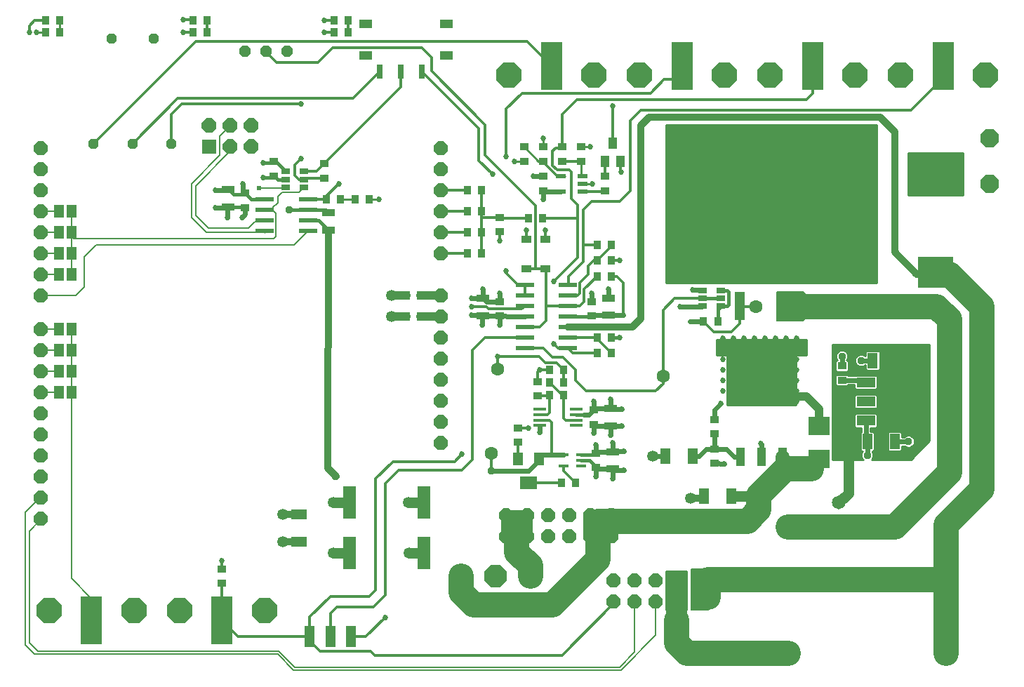
<source format=gtl>
G75*
%MOIN*%
%OFA0B0*%
%FSLAX24Y24*%
%IPPOS*%
%LPD*%
%AMOC8*
5,1,8,0,0,1.08239X$1,22.5*
%
%ADD10R,0.0866X0.0236*%
%ADD11R,0.0512X0.0630*%
%ADD12R,0.0787X0.0630*%
%ADD13OC8,0.0660*%
%ADD14OC8,0.0700*%
%ADD15R,0.0700X0.0700*%
%ADD16R,0.0420X0.0850*%
%ADD17C,0.0100*%
%ADD18R,0.1280X0.2540*%
%ADD19R,0.0984X0.0906*%
%ADD20R,0.0420X0.0350*%
%ADD21R,0.0480X0.0740*%
%ADD22R,0.0740X0.0480*%
%ADD23R,0.0630X0.1575*%
%ADD24R,0.0600X0.0380*%
%ADD25R,0.0350X0.0420*%
%ADD26R,0.1654X0.1457*%
%ADD27R,0.0460X0.0140*%
%ADD28R,0.0590X0.0170*%
%ADD29R,0.0480X0.0360*%
%ADD30R,0.0472X0.0984*%
%ADD31R,0.0276X0.0669*%
%ADD32R,0.0610X0.0433*%
%ADD33R,0.0417X0.0256*%
%ADD34R,0.0500X0.1350*%
%ADD35R,0.4200X0.3550*%
%ADD36R,0.1000X0.2300*%
%ADD37OC8,0.1210*%
%ADD38C,0.0630*%
%ADD39R,0.0500X0.0220*%
%ADD40R,0.0880X0.0480*%
%ADD41R,0.0866X0.1417*%
%ADD42R,0.0460X0.0630*%
%ADD43R,0.0394X0.0551*%
%ADD44OC8,0.1065*%
%ADD45OC8,0.0531*%
%ADD46OC8,0.0472*%
%ADD47OC8,0.0945*%
%ADD48C,0.0120*%
%ADD49C,0.0270*%
%ADD50C,0.0240*%
%ADD51C,0.0160*%
%ADD52C,0.0070*%
%ADD53C,0.0050*%
%ADD54C,0.0320*%
%ADD55C,0.0376*%
%ADD56C,0.0531*%
%ADD57C,0.0400*%
%ADD58OC8,0.0886*%
%ADD59C,0.0500*%
%ADD60C,0.1200*%
%ADD61C,0.0650*%
%ADD62C,0.0660*%
%ADD63C,0.0060*%
%ADD64C,0.1000*%
%ADD65C,0.0560*%
%ADD66C,0.0240*%
D10*
X031117Y021225D03*
X031117Y021725D03*
X031117Y022225D03*
X031117Y022725D03*
X031117Y023225D03*
X031117Y023725D03*
X031117Y024225D03*
X033164Y024225D03*
X033164Y023725D03*
X033164Y023225D03*
X033164Y022725D03*
X033164Y022225D03*
X033164Y021725D03*
X033164Y021225D03*
X020817Y026775D03*
X020817Y027275D03*
X020817Y027775D03*
X020817Y028275D03*
X018770Y028275D03*
X018770Y027775D03*
X018770Y027275D03*
X018770Y026775D03*
D11*
X030791Y015946D03*
X031791Y015946D03*
D12*
X031291Y014804D03*
D13*
X031243Y013275D03*
X030243Y013275D03*
X030243Y012275D03*
X031243Y012275D03*
X032243Y012275D03*
X032243Y013275D03*
X033243Y013275D03*
X033243Y012275D03*
X034243Y012275D03*
X034243Y013275D03*
X035243Y013275D03*
X035243Y012275D03*
X035343Y010175D03*
X035343Y009175D03*
X036343Y009175D03*
X036343Y010175D03*
X037343Y010175D03*
X038343Y010175D03*
X038343Y009175D03*
X037343Y009175D03*
X039343Y009175D03*
X039343Y010175D03*
X027141Y016725D03*
X027141Y017725D03*
X027141Y018725D03*
X027141Y019725D03*
X027141Y020725D03*
X027141Y021725D03*
X027141Y022725D03*
X027141Y023725D03*
X027141Y025725D03*
X027141Y026725D03*
X027141Y027725D03*
X027141Y028725D03*
X027141Y029725D03*
X027141Y030725D03*
X008141Y030725D03*
X008141Y029725D03*
X008141Y028725D03*
X008141Y027725D03*
X008141Y026725D03*
X008141Y025725D03*
X008141Y024725D03*
X008141Y023725D03*
X008141Y022125D03*
X008141Y021125D03*
X008141Y020125D03*
X008141Y019125D03*
X008141Y018125D03*
X008141Y017125D03*
X008141Y016125D03*
X008141Y015125D03*
X008141Y014125D03*
X008141Y013125D03*
D14*
X017141Y030775D03*
X018141Y030775D03*
X018141Y031775D03*
X017141Y031775D03*
X016141Y031775D03*
D15*
X016141Y030775D03*
D16*
X041366Y016045D03*
X042366Y016045D03*
X043366Y016045D03*
D17*
X045743Y016068D02*
X047105Y016068D01*
X047149Y015962D01*
X047186Y015925D01*
X045743Y015925D01*
X045743Y021375D01*
X050343Y021375D01*
X050343Y016815D01*
X049453Y015925D01*
X047601Y015925D01*
X047638Y015962D01*
X047681Y016068D01*
X047681Y016182D01*
X047638Y016288D01*
X047621Y016305D01*
X047677Y016305D01*
X047736Y016364D01*
X047736Y017186D01*
X047677Y017245D01*
X047541Y017245D01*
X047541Y017425D01*
X047802Y017425D01*
X047861Y017484D01*
X047861Y018046D01*
X047802Y018105D01*
X046839Y018105D01*
X046781Y018046D01*
X046781Y017484D01*
X046839Y017425D01*
X047101Y017425D01*
X047101Y017231D01*
X047056Y017186D01*
X047056Y016364D01*
X047115Y016305D01*
X047166Y016305D01*
X047149Y016288D01*
X047105Y016182D01*
X047105Y016068D01*
X047105Y016166D02*
X045743Y016166D01*
X045743Y016265D02*
X047139Y016265D01*
X047057Y016363D02*
X045743Y016363D01*
X045743Y016462D02*
X047056Y016462D01*
X047056Y016560D02*
X045743Y016560D01*
X045743Y016659D02*
X047056Y016659D01*
X047056Y016757D02*
X045743Y016757D01*
X045743Y016856D02*
X047056Y016856D01*
X047056Y016954D02*
X045743Y016954D01*
X045743Y017053D02*
X047056Y017053D01*
X047056Y017151D02*
X045743Y017151D01*
X045743Y017250D02*
X047101Y017250D01*
X047101Y017348D02*
X045743Y017348D01*
X045743Y017447D02*
X046818Y017447D01*
X046781Y017545D02*
X045743Y017545D01*
X045743Y017644D02*
X046781Y017644D01*
X046781Y017742D02*
X045743Y017742D01*
X045743Y017841D02*
X046781Y017841D01*
X046781Y017939D02*
X045743Y017939D01*
X045743Y018038D02*
X046781Y018038D01*
X046839Y018335D02*
X046781Y018394D01*
X046781Y018956D01*
X046839Y019015D01*
X047802Y019015D01*
X047861Y018956D01*
X047861Y018394D01*
X047802Y018335D01*
X046839Y018335D01*
X046781Y018432D02*
X045743Y018432D01*
X045743Y018530D02*
X046781Y018530D01*
X046781Y018629D02*
X045743Y018629D01*
X045743Y018727D02*
X046781Y018727D01*
X046781Y018826D02*
X045743Y018826D01*
X045743Y018924D02*
X046781Y018924D01*
X046839Y019245D02*
X047802Y019245D01*
X047861Y019304D01*
X047861Y019866D01*
X047802Y019925D01*
X046839Y019925D01*
X046819Y019905D01*
X046500Y019905D01*
X046445Y019960D01*
X045942Y019960D01*
X045883Y019901D01*
X045883Y019469D01*
X045942Y019410D01*
X046445Y019410D01*
X046500Y019465D01*
X046781Y019465D01*
X046781Y019304D01*
X046839Y019245D01*
X046781Y019318D02*
X045743Y019318D01*
X045743Y019220D02*
X050343Y019220D01*
X050343Y019318D02*
X047861Y019318D01*
X047861Y019417D02*
X050343Y019417D01*
X050343Y019515D02*
X047861Y019515D01*
X047861Y019614D02*
X050343Y019614D01*
X050343Y019712D02*
X047861Y019712D01*
X047861Y019811D02*
X050343Y019811D01*
X050343Y019909D02*
X047818Y019909D01*
X047927Y020155D02*
X047986Y020214D01*
X047986Y021036D01*
X047927Y021095D01*
X047365Y021095D01*
X047306Y021036D01*
X047306Y020845D01*
X047281Y020845D01*
X047257Y020869D01*
X047151Y020913D01*
X047036Y020913D01*
X046930Y020869D01*
X046849Y020788D01*
X046805Y020682D01*
X046805Y020568D01*
X046849Y020462D01*
X046930Y020381D01*
X047036Y020337D01*
X047151Y020337D01*
X047257Y020381D01*
X047281Y020405D01*
X047306Y020405D01*
X047306Y020214D01*
X047365Y020155D01*
X047927Y020155D01*
X047977Y020205D02*
X050343Y020205D01*
X050343Y020303D02*
X047986Y020303D01*
X047986Y020402D02*
X050343Y020402D01*
X050343Y020500D02*
X047986Y020500D01*
X047986Y020599D02*
X050343Y020599D01*
X050343Y020697D02*
X047986Y020697D01*
X047986Y020796D02*
X050343Y020796D01*
X050343Y020894D02*
X047986Y020894D01*
X047986Y020993D02*
X050343Y020993D01*
X050343Y021091D02*
X047931Y021091D01*
X047361Y021091D02*
X046304Y021091D01*
X046357Y021069D02*
X046251Y021113D01*
X046136Y021113D01*
X046030Y021069D01*
X045949Y020988D01*
X045905Y020882D01*
X045905Y020768D01*
X045949Y020662D01*
X045971Y020640D01*
X045942Y020640D01*
X045883Y020581D01*
X045883Y020149D01*
X045942Y020090D01*
X046445Y020090D01*
X046503Y020149D01*
X046503Y020581D01*
X046445Y020640D01*
X046416Y020640D01*
X046438Y020662D01*
X046481Y020768D01*
X046481Y020882D01*
X046438Y020988D01*
X046357Y021069D01*
X046433Y020993D02*
X047306Y020993D01*
X047306Y020894D02*
X047197Y020894D01*
X046990Y020894D02*
X046477Y020894D01*
X046481Y020796D02*
X046856Y020796D01*
X046811Y020697D02*
X046452Y020697D01*
X046486Y020599D02*
X046805Y020599D01*
X046833Y020500D02*
X046503Y020500D01*
X046503Y020402D02*
X046909Y020402D01*
X047277Y020402D02*
X047306Y020402D01*
X047306Y020303D02*
X046503Y020303D01*
X046503Y020205D02*
X047315Y020205D01*
X046823Y019909D02*
X046496Y019909D01*
X046461Y020106D02*
X050343Y020106D01*
X050343Y020008D02*
X045743Y020008D01*
X045743Y020106D02*
X045926Y020106D01*
X045883Y020205D02*
X045743Y020205D01*
X045743Y020303D02*
X045883Y020303D01*
X045883Y020402D02*
X045743Y020402D01*
X045743Y020500D02*
X045883Y020500D01*
X045900Y020599D02*
X045743Y020599D01*
X045743Y020697D02*
X045934Y020697D01*
X045905Y020796D02*
X045743Y020796D01*
X045743Y020894D02*
X045910Y020894D01*
X045953Y020993D02*
X045743Y020993D01*
X045743Y021091D02*
X046083Y021091D01*
X045743Y021190D02*
X050343Y021190D01*
X050343Y021288D02*
X045743Y021288D01*
X044491Y021288D02*
X040241Y021288D01*
X040241Y021190D02*
X044491Y021190D01*
X044491Y021091D02*
X040241Y021091D01*
X040241Y020993D02*
X044491Y020993D01*
X044491Y020894D02*
X040241Y020894D01*
X040241Y020875D02*
X040241Y021625D01*
X044491Y021625D01*
X044491Y020875D01*
X043991Y020875D01*
X043991Y018500D01*
X040741Y018500D01*
X040741Y020875D01*
X040241Y020875D01*
X040741Y020796D02*
X043991Y020796D01*
X043991Y020697D02*
X040741Y020697D01*
X040741Y020599D02*
X043991Y020599D01*
X043991Y020500D02*
X040741Y020500D01*
X040741Y020402D02*
X043991Y020402D01*
X043991Y020303D02*
X040741Y020303D01*
X040741Y020205D02*
X043991Y020205D01*
X043991Y020106D02*
X040741Y020106D01*
X040741Y020008D02*
X043991Y020008D01*
X043991Y019909D02*
X040741Y019909D01*
X040741Y019811D02*
X043991Y019811D01*
X043991Y019712D02*
X040741Y019712D01*
X040741Y019614D02*
X043991Y019614D01*
X043991Y019515D02*
X040741Y019515D01*
X040741Y019417D02*
X043991Y019417D01*
X043991Y019318D02*
X040741Y019318D01*
X040741Y019220D02*
X043991Y019220D01*
X043991Y019121D02*
X040741Y019121D01*
X040741Y019023D02*
X043991Y019023D01*
X043991Y018924D02*
X040741Y018924D01*
X040741Y018826D02*
X043991Y018826D01*
X043991Y018727D02*
X040741Y018727D01*
X040741Y018629D02*
X043991Y018629D01*
X043991Y018530D02*
X040741Y018530D01*
X040241Y021387D02*
X044491Y021387D01*
X044491Y021485D02*
X040241Y021485D01*
X040241Y021584D02*
X044491Y021584D01*
X045743Y019909D02*
X045891Y019909D01*
X045883Y019811D02*
X045743Y019811D01*
X045743Y019712D02*
X045883Y019712D01*
X045883Y019614D02*
X045743Y019614D01*
X045743Y019515D02*
X045883Y019515D01*
X045935Y019417D02*
X045743Y019417D01*
X045743Y019121D02*
X050343Y019121D01*
X050343Y019023D02*
X045743Y019023D01*
X046451Y019417D02*
X046781Y019417D01*
X047861Y018924D02*
X050343Y018924D01*
X050343Y018826D02*
X047861Y018826D01*
X047861Y018727D02*
X050343Y018727D01*
X050343Y018629D02*
X047861Y018629D01*
X047861Y018530D02*
X050343Y018530D01*
X050343Y018432D02*
X047861Y018432D01*
X047861Y018038D02*
X050343Y018038D01*
X050343Y018136D02*
X045743Y018136D01*
X045743Y018235D02*
X050343Y018235D01*
X050343Y018333D02*
X045743Y018333D01*
X047541Y017348D02*
X050343Y017348D01*
X050343Y017250D02*
X047541Y017250D01*
X047736Y017151D02*
X048356Y017151D01*
X048356Y017186D02*
X048356Y016364D01*
X048415Y016305D01*
X048977Y016305D01*
X049036Y016364D01*
X049036Y016555D01*
X049156Y016555D01*
X049180Y016531D01*
X049286Y016487D01*
X049401Y016487D01*
X049507Y016531D01*
X049588Y016612D01*
X049631Y016718D01*
X049631Y016832D01*
X049588Y016938D01*
X049507Y017019D01*
X049401Y017063D01*
X049286Y017063D01*
X049180Y017019D01*
X049156Y016995D01*
X049036Y016995D01*
X049036Y017186D01*
X048977Y017245D01*
X048415Y017245D01*
X048356Y017186D01*
X048356Y017053D02*
X047736Y017053D01*
X047736Y016954D02*
X048356Y016954D01*
X048356Y016856D02*
X047736Y016856D01*
X047736Y016757D02*
X048356Y016757D01*
X048356Y016659D02*
X047736Y016659D01*
X047736Y016560D02*
X048356Y016560D01*
X048356Y016462D02*
X047736Y016462D01*
X047736Y016363D02*
X048357Y016363D01*
X049036Y016363D02*
X049891Y016363D01*
X049793Y016265D02*
X047647Y016265D01*
X047681Y016166D02*
X049694Y016166D01*
X049596Y016068D02*
X047681Y016068D01*
X047641Y015969D02*
X049497Y015969D01*
X049536Y016560D02*
X050088Y016560D01*
X049990Y016462D02*
X049036Y016462D01*
X049036Y017053D02*
X049260Y017053D01*
X049426Y017053D02*
X050343Y017053D01*
X050343Y017151D02*
X049036Y017151D01*
X049572Y016954D02*
X050343Y016954D01*
X050343Y016856D02*
X049622Y016856D01*
X049631Y016757D02*
X050285Y016757D01*
X050187Y016659D02*
X049607Y016659D01*
X050343Y017447D02*
X047824Y017447D01*
X047861Y017545D02*
X050343Y017545D01*
X050343Y017644D02*
X047861Y017644D01*
X047861Y017742D02*
X050343Y017742D01*
X050343Y017841D02*
X047861Y017841D01*
X047861Y017939D02*
X050343Y017939D01*
X047146Y015969D02*
X045743Y015969D01*
X047843Y024325D02*
X037843Y024325D01*
X037843Y031825D01*
X047843Y031825D01*
X047843Y024325D01*
X047843Y024342D02*
X037843Y024342D01*
X037843Y024440D02*
X047843Y024440D01*
X047843Y024539D02*
X037843Y024539D01*
X037843Y024637D02*
X047843Y024637D01*
X047843Y024736D02*
X037843Y024736D01*
X037843Y024834D02*
X047843Y024834D01*
X047843Y024933D02*
X037843Y024933D01*
X037843Y025031D02*
X047843Y025031D01*
X047843Y025130D02*
X037843Y025130D01*
X037843Y025228D02*
X047843Y025228D01*
X047843Y025327D02*
X037843Y025327D01*
X037843Y025425D02*
X047843Y025425D01*
X047843Y025524D02*
X037843Y025524D01*
X037843Y025622D02*
X047843Y025622D01*
X047843Y025721D02*
X037843Y025721D01*
X037843Y025819D02*
X047843Y025819D01*
X047843Y025918D02*
X037843Y025918D01*
X037843Y026016D02*
X047843Y026016D01*
X047843Y026115D02*
X037843Y026115D01*
X037843Y026213D02*
X047843Y026213D01*
X047843Y026312D02*
X037843Y026312D01*
X037843Y026410D02*
X047843Y026410D01*
X047843Y026509D02*
X037843Y026509D01*
X037843Y026607D02*
X047843Y026607D01*
X047843Y026706D02*
X037843Y026706D01*
X037843Y026804D02*
X047843Y026804D01*
X047843Y026903D02*
X037843Y026903D01*
X037843Y027001D02*
X047843Y027001D01*
X047843Y027100D02*
X037843Y027100D01*
X037843Y027198D02*
X047843Y027198D01*
X047843Y027297D02*
X037843Y027297D01*
X037843Y027395D02*
X047843Y027395D01*
X047843Y027494D02*
X037843Y027494D01*
X037843Y027592D02*
X047843Y027592D01*
X047843Y027691D02*
X037843Y027691D01*
X037843Y027789D02*
X047843Y027789D01*
X047843Y027888D02*
X037843Y027888D01*
X037843Y027986D02*
X047843Y027986D01*
X047843Y028085D02*
X037843Y028085D01*
X037843Y028183D02*
X047843Y028183D01*
X047843Y028282D02*
X037843Y028282D01*
X037843Y028380D02*
X047843Y028380D01*
X047843Y028479D02*
X037843Y028479D01*
X037843Y028577D02*
X047843Y028577D01*
X047843Y028676D02*
X037843Y028676D01*
X037843Y028774D02*
X047843Y028774D01*
X047843Y028873D02*
X037843Y028873D01*
X037843Y028971D02*
X047843Y028971D01*
X047843Y029070D02*
X037843Y029070D01*
X037843Y029168D02*
X047843Y029168D01*
X047843Y029267D02*
X037843Y029267D01*
X037843Y029365D02*
X047843Y029365D01*
X047843Y029464D02*
X037843Y029464D01*
X037843Y029562D02*
X047843Y029562D01*
X047843Y029661D02*
X037843Y029661D01*
X037843Y029759D02*
X047843Y029759D01*
X047843Y029858D02*
X037843Y029858D01*
X037843Y029956D02*
X047843Y029956D01*
X047843Y030055D02*
X037843Y030055D01*
X037843Y030153D02*
X047843Y030153D01*
X047843Y030252D02*
X037843Y030252D01*
X037843Y030350D02*
X047843Y030350D01*
X047843Y030449D02*
X037843Y030449D01*
X037843Y030547D02*
X047843Y030547D01*
X047843Y030646D02*
X037843Y030646D01*
X037843Y030744D02*
X047843Y030744D01*
X047843Y030843D02*
X037843Y030843D01*
X037843Y030941D02*
X047843Y030941D01*
X047843Y031040D02*
X037843Y031040D01*
X037843Y031138D02*
X047843Y031138D01*
X047843Y031237D02*
X037843Y031237D01*
X037843Y031335D02*
X047843Y031335D01*
X047843Y031434D02*
X037843Y031434D01*
X037843Y031532D02*
X047843Y031532D01*
X047843Y031631D02*
X037843Y031631D01*
X037843Y031729D02*
X047843Y031729D01*
X049343Y030475D02*
X051943Y030475D01*
X051943Y028475D01*
X049343Y028475D01*
X049343Y030475D01*
X049343Y030449D02*
X051943Y030449D01*
X051943Y030350D02*
X049343Y030350D01*
X049343Y030252D02*
X051943Y030252D01*
X051943Y030153D02*
X049343Y030153D01*
X049343Y030055D02*
X051943Y030055D01*
X051943Y029956D02*
X049343Y029956D01*
X049343Y029858D02*
X051943Y029858D01*
X051943Y029759D02*
X049343Y029759D01*
X049343Y029661D02*
X051943Y029661D01*
X051943Y029562D02*
X049343Y029562D01*
X049343Y029464D02*
X051943Y029464D01*
X051943Y029365D02*
X049343Y029365D01*
X049343Y029267D02*
X051943Y029267D01*
X051943Y029168D02*
X049343Y029168D01*
X049343Y029070D02*
X051943Y029070D01*
X051943Y028971D02*
X049343Y028971D01*
X049343Y028873D02*
X051943Y028873D01*
X051943Y028774D02*
X049343Y028774D01*
X049343Y028676D02*
X051943Y028676D01*
X051943Y028577D02*
X049343Y028577D01*
X049343Y028479D02*
X051943Y028479D01*
X035343Y016225D02*
X035293Y016275D01*
X024193Y028275D02*
X023731Y028275D01*
X023051Y028275D02*
X022381Y028275D01*
X018772Y027825D02*
X018770Y027775D01*
X018791Y026822D02*
X018770Y026775D01*
X018770Y026701D01*
X030643Y030075D02*
X031083Y030075D01*
X031093Y030085D01*
X031093Y030765D02*
X031773Y030085D01*
X031993Y030085D01*
X031993Y030765D02*
X031993Y031175D01*
X033793Y030765D02*
X034233Y030765D01*
X034243Y030775D01*
X033793Y030085D02*
X033793Y029458D01*
X033856Y029395D01*
X033856Y029025D02*
X034343Y029025D01*
X033023Y029395D02*
X032836Y029395D01*
X009033Y036225D02*
X009033Y036775D01*
X008353Y036225D02*
X007943Y036225D01*
D18*
X042366Y019875D03*
D19*
X045091Y017512D03*
X045091Y015938D03*
D20*
X046193Y019685D03*
X046193Y020365D03*
X040143Y017812D03*
X040143Y017132D03*
X040143Y016418D03*
X040143Y015738D03*
X034491Y015535D03*
X034491Y016215D03*
X034391Y017585D03*
X034391Y018265D03*
X031743Y018935D03*
X031743Y019615D03*
X030791Y017415D03*
X030791Y016735D03*
X029943Y022735D03*
X029943Y023415D03*
X029943Y026735D03*
X029943Y027415D03*
X031993Y028685D03*
X031993Y029365D03*
X031993Y030085D03*
X031993Y030765D03*
X032893Y030765D03*
X032893Y030085D03*
X033793Y030085D03*
X033793Y030765D03*
X034946Y029365D03*
X034946Y028685D03*
X031093Y030085D03*
X031093Y030765D03*
X034293Y023415D03*
X034293Y022735D03*
X021593Y029285D03*
X021593Y029965D03*
X019193Y030065D03*
X019193Y029385D03*
X017841Y028565D03*
X017841Y027885D03*
X016743Y010715D03*
X016743Y010035D03*
D21*
X037796Y016075D03*
X039096Y016075D03*
X039641Y014175D03*
X040941Y014175D03*
X047396Y016775D03*
X048696Y016775D03*
X048946Y020625D03*
X047646Y020625D03*
D22*
X020396Y013325D03*
X020396Y012025D03*
D23*
X022791Y011474D03*
X022791Y013876D03*
X026341Y013876D03*
X026341Y011474D03*
D24*
X035291Y015465D03*
X035291Y016285D03*
X035191Y017515D03*
X035191Y018335D03*
X035093Y022765D03*
X035093Y023585D03*
X029143Y023582D03*
X029143Y022762D03*
X021796Y026815D03*
X021796Y027635D03*
X017041Y027915D03*
X017041Y028735D03*
D25*
X021701Y028275D03*
X022381Y028275D03*
X023051Y028275D03*
X023731Y028275D03*
X028403Y028725D03*
X029083Y028725D03*
X029083Y027725D03*
X028403Y027725D03*
X028403Y026725D03*
X029083Y026725D03*
X029083Y025725D03*
X028403Y025725D03*
X026183Y023725D03*
X025503Y023725D03*
X025503Y022725D03*
X026183Y022725D03*
X032303Y020175D03*
X032303Y019575D03*
X032303Y018975D03*
X032983Y018975D03*
X032983Y019575D03*
X032983Y020175D03*
X034551Y020975D03*
X035231Y020975D03*
X035231Y021725D03*
X034551Y021725D03*
X034553Y024625D03*
X035233Y024625D03*
X035233Y025375D03*
X035233Y026125D03*
X034553Y026125D03*
X034553Y025375D03*
X031983Y027375D03*
X031303Y027375D03*
X039606Y022475D03*
X040286Y022475D03*
X033531Y014825D03*
X032851Y014825D03*
X022733Y036225D03*
X022733Y036775D03*
X022053Y036775D03*
X022053Y036225D03*
X016033Y036225D03*
X016033Y036775D03*
X015353Y036775D03*
X015353Y036225D03*
X009033Y036225D03*
X009033Y036775D03*
X008353Y036775D03*
X008353Y036225D03*
D26*
X050643Y029222D03*
X050643Y024813D03*
D27*
X033801Y016135D03*
X033801Y015875D03*
X033801Y015615D03*
X032981Y015615D03*
X032981Y016135D03*
D28*
X033551Y017545D03*
X033551Y017795D03*
X033551Y018055D03*
X033551Y018305D03*
X031831Y018305D03*
X031831Y018055D03*
X031831Y017795D03*
X031831Y017545D03*
D29*
X032093Y024969D03*
X031193Y024969D03*
X031193Y026386D03*
X032093Y026386D03*
D30*
X022878Y007508D03*
X021893Y007508D03*
X020909Y007508D03*
D31*
X024244Y034359D03*
X025244Y034359D03*
X026244Y034359D03*
D32*
X027415Y035125D03*
X027415Y036625D03*
X023577Y036625D03*
X023577Y035125D03*
D33*
X020626Y029599D03*
X020626Y029225D03*
X020626Y028851D03*
X019760Y028851D03*
X019760Y029225D03*
X019760Y029599D03*
X039560Y023946D03*
X039560Y023572D03*
X039560Y023198D03*
X040426Y023198D03*
X040426Y023572D03*
X040426Y023946D03*
D34*
X041343Y023220D03*
X043343Y023220D03*
D35*
X042343Y027100D03*
D36*
X044793Y034625D03*
X038593Y034625D03*
X032393Y034625D03*
X050993Y034625D03*
X016743Y008275D03*
X010543Y008275D03*
D37*
X012556Y008735D03*
X014731Y008735D03*
X018756Y008735D03*
X008531Y008735D03*
X030381Y034165D03*
X034406Y034165D03*
X036581Y034165D03*
X040606Y034165D03*
X042781Y034165D03*
X046806Y034165D03*
X048981Y034165D03*
X053006Y034165D03*
D38*
X042096Y023175D03*
X037693Y019872D03*
X029841Y020225D03*
X029541Y016225D03*
D39*
X032836Y028655D03*
X032836Y029395D03*
X033856Y029395D03*
X033856Y029025D03*
X033856Y028655D03*
D40*
X047321Y019585D03*
X047321Y018675D03*
X047321Y017765D03*
D41*
X049761Y018675D03*
D42*
X009593Y019125D03*
X008993Y019125D03*
X008993Y020125D03*
X009593Y020125D03*
X009593Y021125D03*
X008993Y021125D03*
X008993Y022125D03*
X009593Y022125D03*
X009593Y024725D03*
X008993Y024725D03*
X008993Y025725D03*
X009593Y025725D03*
X009593Y026725D03*
X008993Y026725D03*
X008993Y027725D03*
X009593Y027725D03*
D43*
X034919Y030095D03*
X035667Y030095D03*
X035293Y030961D03*
D44*
X031393Y010375D03*
X029743Y010375D03*
X028093Y010375D03*
D45*
X019843Y035325D03*
X018843Y035325D03*
X017843Y035325D03*
D46*
X013493Y035925D03*
X011493Y035925D03*
X010643Y030925D03*
X012493Y030925D03*
X014343Y030925D03*
D47*
X043643Y012725D03*
X043643Y006725D03*
X051143Y006725D03*
X051143Y012725D03*
D48*
X041343Y022375D02*
X040943Y021975D01*
X040106Y021975D01*
X039606Y022475D01*
X039560Y023572D02*
X038243Y023572D01*
X037693Y023022D01*
X037693Y019872D01*
X037693Y019525D01*
X037343Y019175D01*
X034043Y019175D01*
X033543Y019675D01*
X033543Y020175D01*
X032943Y020775D01*
X032443Y020775D01*
X031993Y021225D01*
X031117Y021225D01*
X031117Y021725D02*
X029243Y021725D01*
X028643Y021125D01*
X028643Y015925D01*
X028143Y015425D01*
X025134Y015425D01*
X024493Y014785D01*
X024493Y009491D01*
X023928Y008925D01*
X022193Y008925D01*
X021893Y008625D01*
X021893Y007508D01*
X021393Y006825D02*
X020909Y007309D01*
X020909Y007508D02*
X020909Y008441D01*
X021893Y009425D01*
X023743Y009425D01*
X024043Y009725D01*
X024043Y015011D01*
X024857Y015825D01*
X027793Y015825D01*
X028143Y016175D01*
X029541Y016225D02*
X029541Y015378D01*
X029543Y015375D01*
X030791Y015946D02*
X030791Y016735D01*
X030791Y017415D02*
X031283Y017415D01*
X031293Y017425D01*
X031831Y017495D02*
X031831Y017545D01*
X031831Y017495D02*
X031843Y017482D01*
X031811Y017775D02*
X032293Y017775D01*
X032393Y017675D01*
X032393Y016235D01*
X032493Y016135D01*
X032943Y016135D02*
X032981Y016135D01*
X032981Y015615D02*
X032981Y015375D01*
X033531Y014825D01*
X032851Y014825D02*
X032830Y014804D01*
X031291Y014804D01*
X031791Y015946D02*
X031980Y016135D01*
X031811Y017775D02*
X031831Y017795D01*
X031831Y018055D02*
X032193Y018055D01*
X032293Y018155D01*
X032293Y018175D01*
X032303Y018185D01*
X032303Y018975D01*
X032263Y018935D01*
X031743Y018935D01*
X031743Y019615D02*
X031743Y020075D01*
X031843Y020175D01*
X032303Y020175D01*
X032093Y020525D02*
X032643Y020525D01*
X032983Y020185D01*
X032983Y020175D01*
X032983Y019575D01*
X032983Y018975D02*
X032903Y018975D01*
X032303Y019575D01*
X032983Y018975D02*
X032983Y017895D01*
X033083Y017795D01*
X033551Y017795D01*
X034391Y018265D02*
X034393Y018268D01*
X034393Y018275D01*
X035193Y017525D02*
X035191Y017522D01*
X035191Y017515D01*
X035291Y016285D02*
X035293Y016282D01*
X035293Y016275D01*
X034491Y015535D02*
X034491Y015528D01*
X034493Y015525D01*
X032093Y020525D02*
X031793Y020825D01*
X029843Y020825D01*
X029841Y020822D01*
X029841Y020225D01*
X031117Y022225D02*
X031843Y022225D01*
X032143Y022525D01*
X032143Y023175D01*
X032193Y023225D01*
X033164Y023225D01*
X033743Y023225D01*
X033943Y023425D01*
X033943Y024015D01*
X034553Y024625D01*
X034143Y024725D02*
X034143Y025125D01*
X034393Y025375D01*
X034553Y025375D01*
X035233Y026055D01*
X035233Y026125D01*
X035233Y025375D02*
X035643Y025375D01*
X035493Y024625D02*
X035793Y024325D01*
X035793Y022775D01*
X034551Y021725D02*
X034551Y021655D01*
X035231Y020975D01*
X034551Y020975D02*
X033414Y020975D01*
X033164Y021225D01*
X032693Y021225D01*
X032493Y021425D01*
X033143Y021204D02*
X033164Y021225D01*
X033164Y021725D02*
X034551Y021725D01*
X034501Y021775D01*
X032143Y023175D02*
X032143Y024919D01*
X032093Y024969D01*
X031643Y024969D01*
X031643Y027975D01*
X029243Y030375D01*
X029243Y031825D01*
X026693Y034375D01*
X026693Y035025D01*
X026243Y035475D01*
X021993Y035475D01*
X021293Y034775D01*
X019343Y034775D01*
X018843Y035275D01*
X018843Y035325D01*
X021593Y036225D02*
X021696Y036222D01*
X022053Y036225D01*
X022053Y036775D02*
X021593Y036775D01*
X022733Y036775D02*
X022733Y036225D01*
X024244Y034359D02*
X022960Y033075D01*
X014643Y033075D01*
X012493Y030925D01*
X010643Y030925D02*
X015493Y035775D01*
X031243Y035775D01*
X032393Y034625D01*
X030993Y033325D02*
X030243Y032575D01*
X030243Y030325D01*
X029593Y029475D02*
X028943Y030125D01*
X028943Y031660D01*
X026244Y034359D01*
X025244Y034359D02*
X025244Y033616D01*
X021593Y029965D01*
X021227Y029599D01*
X020626Y029599D01*
X020686Y029285D02*
X021593Y029285D01*
X022293Y029025D02*
X021701Y028432D01*
X021701Y028275D01*
X020817Y028275D01*
X020626Y029225D02*
X020686Y029285D01*
X020626Y029225D02*
X020393Y029225D01*
X020193Y029425D01*
X020193Y029925D01*
X020493Y030225D01*
X020501Y032825D02*
X014843Y032825D01*
X014343Y032325D01*
X014343Y030925D01*
X014893Y036225D02*
X015353Y036225D01*
X015353Y036775D02*
X015303Y036825D01*
X014893Y036825D01*
X016033Y036775D02*
X016033Y036225D01*
X008353Y036775D02*
X007843Y036775D01*
X007593Y036525D01*
X007593Y036225D01*
X025244Y034574D02*
X025244Y034359D01*
X030993Y033325D02*
X037093Y033325D01*
X037743Y033975D01*
X038593Y033975D01*
X038593Y034625D01*
X036643Y032525D02*
X049472Y032525D01*
X050777Y033829D01*
X050885Y033992D01*
X050993Y034253D01*
X050993Y034625D01*
X044793Y034625D02*
X044793Y033325D01*
X044493Y033025D01*
X033593Y033025D01*
X032893Y032325D01*
X032893Y030765D01*
X032853Y030725D01*
X032593Y030725D01*
X032443Y030575D01*
X032443Y029887D01*
X032655Y029675D01*
X033243Y029675D01*
X033343Y029575D01*
X033343Y028325D01*
X033643Y028025D01*
X033643Y027375D01*
X033643Y027325D01*
X033643Y025525D01*
X032493Y024375D01*
X033164Y024225D02*
X033193Y024254D01*
X033193Y024625D01*
X033893Y025325D01*
X033893Y026125D01*
X034553Y026125D01*
X033893Y026125D02*
X033893Y027775D01*
X034293Y028175D01*
X035643Y028175D01*
X036143Y028675D01*
X036143Y032025D01*
X036643Y032525D01*
X035293Y032725D02*
X035293Y030961D01*
X034919Y030095D02*
X034946Y030068D01*
X034946Y029365D01*
X034946Y028685D02*
X034916Y028655D01*
X033856Y028655D01*
X032836Y029395D02*
X032653Y029395D01*
X031993Y030054D01*
X031993Y030085D01*
X032146Y030085D01*
X032893Y030085D02*
X033793Y030085D01*
X035667Y030095D02*
X035667Y029649D01*
X035693Y029575D01*
X033643Y027375D02*
X031983Y027375D01*
X032093Y026825D02*
X032093Y026386D01*
X031193Y026386D02*
X031193Y026825D01*
X031303Y027375D02*
X029943Y027375D01*
X029943Y027415D01*
X029093Y027415D01*
X029093Y027425D01*
X029083Y027425D01*
X029083Y027725D01*
X029083Y026775D01*
X029083Y026725D01*
X029083Y025725D01*
X028403Y025725D02*
X027141Y025725D01*
X027141Y026725D02*
X028403Y026725D01*
X028403Y027725D02*
X027141Y027725D01*
X027141Y028725D02*
X028403Y028725D01*
X029083Y028725D02*
X029083Y027725D01*
X029943Y026735D02*
X029943Y026325D01*
X031193Y024969D02*
X031643Y024969D01*
X031117Y024225D02*
X030793Y024225D01*
X030243Y024775D01*
X030243Y024875D01*
X031117Y024225D02*
X031117Y023725D01*
X031117Y023225D02*
X030967Y023075D01*
X029393Y023075D01*
X029293Y023175D01*
X028593Y023175D01*
X033164Y023725D02*
X033643Y023725D01*
X033743Y023825D01*
X033743Y024325D01*
X034143Y024725D01*
X035233Y024625D02*
X035493Y024625D01*
X041343Y023220D02*
X041343Y023025D01*
X041493Y023175D01*
X042096Y023175D01*
X041343Y023025D02*
X041343Y022375D01*
X035343Y009175D02*
X035343Y009075D01*
X032893Y006625D01*
X023993Y006625D01*
X023793Y006825D01*
X021393Y006825D01*
X020909Y007508D02*
X017511Y007508D01*
X016743Y008275D01*
X016743Y010035D01*
X016743Y010715D02*
X016743Y011125D01*
X022878Y007508D02*
X023576Y007508D01*
X024493Y008425D01*
D49*
X024493Y008425D03*
X016743Y011125D03*
X028143Y016175D03*
X031293Y017425D03*
X031843Y017225D03*
X034393Y017175D03*
X034493Y016625D03*
X035293Y016725D03*
X035193Y017075D03*
X035743Y017525D03*
X035743Y018325D03*
X035193Y018775D03*
X034393Y018675D03*
X031843Y020175D03*
X032493Y021425D03*
X029943Y022325D03*
X029093Y022325D03*
X028593Y022775D03*
X028593Y023175D03*
X028593Y023575D03*
X029143Y024025D03*
X029943Y023825D03*
X030243Y024875D03*
X029943Y026325D03*
X031193Y026825D03*
X032093Y026825D03*
X031993Y028275D03*
X031543Y029375D03*
X030643Y030075D03*
X030243Y030325D03*
X029593Y029475D03*
X031993Y031175D03*
X034243Y030775D03*
X035693Y029575D03*
X034343Y029025D03*
X038343Y028825D03*
X038343Y028325D03*
X038843Y028325D03*
X038843Y028825D03*
X038843Y029325D03*
X038343Y029325D03*
X038343Y029825D03*
X038343Y030325D03*
X038343Y030825D03*
X038843Y030825D03*
X038843Y030325D03*
X038843Y029825D03*
X039343Y029825D03*
X039343Y029325D03*
X039343Y028825D03*
X039343Y028325D03*
X039843Y028325D03*
X039843Y028825D03*
X039843Y029325D03*
X039843Y029825D03*
X039843Y030325D03*
X039343Y030325D03*
X039343Y030825D03*
X039843Y030825D03*
X040343Y030825D03*
X040343Y030325D03*
X040343Y029825D03*
X040343Y029325D03*
X040343Y028825D03*
X040343Y028325D03*
X040843Y028325D03*
X040843Y028825D03*
X040843Y029325D03*
X040843Y029825D03*
X040843Y030325D03*
X040843Y030825D03*
X041343Y030825D03*
X041343Y030325D03*
X041343Y029825D03*
X041343Y029325D03*
X041343Y028825D03*
X041343Y028325D03*
X041843Y028325D03*
X041843Y028825D03*
X041843Y029325D03*
X041843Y029825D03*
X041843Y030325D03*
X041843Y030825D03*
X042343Y030825D03*
X042343Y030325D03*
X042343Y029825D03*
X042343Y029325D03*
X042343Y028825D03*
X042343Y028325D03*
X042843Y028325D03*
X042843Y028825D03*
X042843Y029325D03*
X042843Y029825D03*
X042843Y030325D03*
X042843Y030825D03*
X043343Y030825D03*
X043343Y030325D03*
X043343Y029825D03*
X043343Y029325D03*
X043343Y028825D03*
X043343Y028325D03*
X043843Y028325D03*
X043843Y028825D03*
X043843Y029325D03*
X043843Y029825D03*
X043843Y030325D03*
X043843Y030825D03*
X044343Y030825D03*
X044343Y030325D03*
X044343Y029825D03*
X044343Y029325D03*
X044343Y028825D03*
X044343Y028325D03*
X044843Y028325D03*
X044843Y028825D03*
X044843Y029325D03*
X044843Y029825D03*
X044843Y030325D03*
X044843Y030825D03*
X045343Y030825D03*
X045343Y030325D03*
X045343Y029825D03*
X045343Y029325D03*
X045343Y028825D03*
X045343Y028325D03*
X045843Y028325D03*
X045843Y028825D03*
X045843Y029325D03*
X045843Y029825D03*
X045843Y030325D03*
X045843Y030825D03*
X046343Y030825D03*
X046343Y030325D03*
X046343Y029825D03*
X046343Y029325D03*
X046343Y028825D03*
X046343Y028325D03*
X046843Y028325D03*
X046843Y028825D03*
X046843Y029325D03*
X046843Y029825D03*
X046843Y030325D03*
X046843Y030825D03*
X047343Y030825D03*
X047343Y030325D03*
X047343Y029825D03*
X047343Y029325D03*
X047343Y028825D03*
X047343Y028325D03*
X047343Y027825D03*
X046843Y027825D03*
X046343Y027825D03*
X045843Y027825D03*
X045343Y027825D03*
X044843Y027825D03*
X044343Y027825D03*
X043843Y027825D03*
X043343Y027825D03*
X042843Y027825D03*
X042343Y027825D03*
X041843Y027825D03*
X041343Y027825D03*
X040843Y027825D03*
X040343Y027825D03*
X039843Y027825D03*
X039343Y027825D03*
X038843Y027825D03*
X038343Y027825D03*
X038343Y027325D03*
X038343Y026825D03*
X038343Y026325D03*
X038343Y025825D03*
X038343Y025325D03*
X038843Y025325D03*
X038843Y025825D03*
X038843Y026325D03*
X038843Y026825D03*
X038843Y027325D03*
X039343Y027325D03*
X039343Y026825D03*
X039343Y026325D03*
X039343Y025825D03*
X039343Y025325D03*
X039843Y025325D03*
X039843Y025825D03*
X039843Y026325D03*
X039843Y026825D03*
X039843Y027325D03*
X040343Y027325D03*
X040343Y026825D03*
X040343Y026325D03*
X040343Y025825D03*
X040343Y025325D03*
X040843Y025325D03*
X040843Y025825D03*
X040843Y026325D03*
X040843Y026825D03*
X040843Y027325D03*
X041343Y027325D03*
X041343Y026825D03*
X041343Y026325D03*
X041343Y025825D03*
X041343Y025325D03*
X041843Y025325D03*
X041843Y025825D03*
X041843Y026325D03*
X041843Y026825D03*
X041843Y027325D03*
X042343Y027325D03*
X042343Y026825D03*
X042343Y026325D03*
X042343Y025825D03*
X042343Y025325D03*
X042843Y025325D03*
X042843Y025825D03*
X042843Y026325D03*
X042843Y026825D03*
X042843Y027325D03*
X043343Y027325D03*
X043343Y026825D03*
X043343Y026325D03*
X043343Y025825D03*
X043343Y025325D03*
X043843Y025325D03*
X043843Y025825D03*
X043843Y026325D03*
X043843Y026825D03*
X043843Y027325D03*
X044343Y027325D03*
X044343Y026825D03*
X044343Y026325D03*
X044343Y025825D03*
X044343Y025325D03*
X044843Y025325D03*
X044843Y025825D03*
X044843Y026325D03*
X044843Y026825D03*
X044843Y027325D03*
X045343Y027325D03*
X045343Y026825D03*
X045343Y026325D03*
X045343Y025825D03*
X045343Y025325D03*
X045843Y025325D03*
X045843Y025825D03*
X045843Y026325D03*
X045843Y026825D03*
X045843Y027325D03*
X046343Y027325D03*
X046343Y026825D03*
X046343Y026325D03*
X046343Y025825D03*
X046343Y025325D03*
X046843Y025325D03*
X046843Y025825D03*
X046843Y026325D03*
X046843Y026825D03*
X046843Y027325D03*
X047343Y027325D03*
X047343Y026825D03*
X047343Y026325D03*
X047343Y025825D03*
X047343Y025325D03*
X047343Y024825D03*
X046843Y024825D03*
X046343Y024825D03*
X045843Y024825D03*
X045343Y024825D03*
X044843Y024825D03*
X044343Y024825D03*
X043843Y024825D03*
X043343Y024825D03*
X042843Y024825D03*
X042343Y024825D03*
X041843Y024825D03*
X041343Y024825D03*
X040843Y024825D03*
X040343Y024825D03*
X039843Y024825D03*
X039343Y024825D03*
X038843Y024825D03*
X038343Y024825D03*
X039093Y023975D03*
X038493Y023175D03*
X040543Y021675D03*
X040543Y021175D03*
X040543Y020675D03*
X040543Y020175D03*
X041043Y020175D03*
X041043Y020675D03*
X041043Y021175D03*
X041043Y021675D03*
X041543Y021675D03*
X041543Y021175D03*
X041543Y020675D03*
X041543Y020175D03*
X042043Y020175D03*
X042043Y020675D03*
X042043Y021175D03*
X042043Y021675D03*
X042543Y021675D03*
X042543Y021175D03*
X042543Y020675D03*
X042543Y020175D03*
X043043Y020175D03*
X043043Y020675D03*
X043043Y021175D03*
X043043Y021675D03*
X043543Y021675D03*
X043543Y021175D03*
X043543Y020675D03*
X043543Y020175D03*
X044043Y020175D03*
X044043Y020675D03*
X044043Y021175D03*
X044043Y021675D03*
X044043Y019675D03*
X043543Y019675D03*
X043043Y019675D03*
X042543Y019675D03*
X042043Y019675D03*
X041543Y019675D03*
X041043Y019675D03*
X040543Y019675D03*
X040543Y019175D03*
X041043Y019175D03*
X041043Y018675D03*
X041543Y018675D03*
X041543Y019175D03*
X042043Y019175D03*
X042043Y018675D03*
X042543Y018675D03*
X042543Y019175D03*
X043043Y019175D03*
X043043Y018675D03*
X043543Y018675D03*
X043543Y019175D03*
X044043Y019175D03*
X044043Y018675D03*
X045993Y017625D03*
X045993Y017125D03*
X045993Y016625D03*
X046493Y016625D03*
X046493Y017125D03*
X047993Y017125D03*
X047993Y016625D03*
X047993Y016125D03*
X047993Y017625D03*
X047993Y018125D03*
X047993Y018625D03*
X047993Y019125D03*
X047993Y019625D03*
X042343Y016675D03*
X040593Y015725D03*
X040443Y018575D03*
X035843Y016325D03*
X035843Y015425D03*
X035293Y015025D03*
X034493Y015125D03*
X029843Y020825D03*
X032493Y024375D03*
X034293Y023825D03*
X035093Y024025D03*
X035793Y022775D03*
X035643Y021725D03*
X035643Y025375D03*
X038343Y031325D03*
X038843Y031325D03*
X039343Y031325D03*
X039843Y031325D03*
X040343Y031325D03*
X040843Y031325D03*
X041343Y031325D03*
X041843Y031325D03*
X042343Y031325D03*
X042843Y031325D03*
X043343Y031325D03*
X043843Y031325D03*
X044343Y031325D03*
X044843Y031325D03*
X045343Y031325D03*
X045843Y031325D03*
X046343Y031325D03*
X046843Y031325D03*
X047343Y031325D03*
X035293Y032725D03*
X024193Y028275D03*
X022293Y029025D03*
X020493Y030225D03*
X018693Y030025D03*
X018693Y029325D03*
X017743Y029025D03*
X016443Y028725D03*
X016443Y027875D03*
X016993Y027425D03*
X017693Y027425D03*
X020501Y032825D03*
X021593Y036225D03*
X021593Y036775D03*
X014893Y036825D03*
X014893Y036225D03*
X007943Y036225D03*
X007593Y036225D03*
D50*
X016443Y028725D02*
X017031Y028725D01*
X017041Y028735D01*
X017743Y028662D02*
X017743Y029025D01*
X017743Y028662D02*
X017841Y028565D01*
X017851Y028575D01*
X017841Y027885D02*
X017841Y027572D01*
X017693Y027425D01*
X016993Y027425D02*
X016993Y027868D01*
X017041Y027915D01*
X016993Y027875D02*
X016443Y027875D01*
X028593Y023575D02*
X029143Y023575D01*
X029293Y023425D01*
X029943Y023425D01*
X029943Y023415D01*
X029943Y023425D02*
X029943Y023825D01*
X029143Y024025D02*
X029143Y023582D01*
X029093Y022775D02*
X028593Y022775D01*
X029093Y022762D02*
X029093Y022325D01*
X029171Y022735D02*
X029943Y022735D01*
X030543Y022725D01*
X031117Y022725D01*
X029943Y022735D02*
X029943Y022325D01*
X029171Y022735D02*
X029143Y022762D01*
X034243Y022765D02*
X034293Y022735D01*
X034243Y022765D02*
X035093Y022765D01*
X035793Y022765D01*
X035793Y022775D01*
X035093Y023585D02*
X035093Y024025D01*
X034293Y023825D02*
X034293Y023415D01*
X038493Y023175D02*
X038993Y023168D01*
X039530Y023168D01*
X039560Y023198D01*
X039560Y023946D02*
X039531Y023975D01*
X039093Y023975D01*
X038981Y022475D02*
X039606Y022475D01*
X042366Y019875D02*
X042543Y019697D01*
X042543Y019675D01*
X040443Y018575D02*
X040143Y018275D01*
X040143Y017812D01*
X040143Y017132D02*
X040143Y016418D01*
X040136Y016425D01*
X039743Y016425D01*
X039393Y016075D01*
X039096Y016075D01*
X040143Y015738D02*
X040593Y015725D01*
X041073Y016045D02*
X040693Y016425D01*
X040151Y016425D01*
X040143Y016418D01*
X041073Y016045D02*
X041366Y016045D01*
X041393Y016017D01*
X042366Y016045D02*
X042366Y016653D01*
X042343Y016675D01*
X046193Y019685D02*
X047221Y019685D01*
X047321Y019585D01*
X046193Y020365D02*
X046193Y020825D01*
X047093Y020625D02*
X047646Y020625D01*
X047593Y017775D02*
X047331Y017775D01*
X047321Y017765D01*
X047321Y016775D01*
X047396Y016775D01*
X047396Y016125D01*
X047393Y016125D01*
X048696Y016775D02*
X049343Y016775D01*
X037796Y016075D02*
X037193Y016075D01*
X035843Y016325D02*
X035343Y016325D01*
X035291Y016285D02*
X034561Y016285D01*
X034491Y016215D01*
X034451Y016175D01*
X034493Y016225D02*
X034493Y016625D01*
X034393Y017175D02*
X034393Y017525D01*
X034391Y017585D02*
X034461Y017515D01*
X035191Y017515D01*
X035193Y017525D02*
X035093Y017525D01*
X035193Y017525D02*
X035193Y017075D01*
X035293Y016725D02*
X035293Y016275D01*
X035291Y015465D02*
X034561Y015465D01*
X034491Y015535D01*
X034493Y015525D02*
X034493Y015125D01*
X035293Y015025D02*
X035293Y015425D01*
X035843Y015425D01*
X035743Y017525D02*
X035193Y017525D01*
X035193Y017575D01*
X035193Y018325D02*
X035743Y018325D01*
X035193Y018325D02*
X035193Y018775D01*
X035191Y018335D02*
X034461Y018335D01*
X034391Y018265D01*
X034181Y018055D01*
X033943Y018055D01*
X034393Y018275D02*
X034393Y018675D01*
X031843Y017482D02*
X031843Y017225D01*
X031980Y016135D02*
X032493Y016135D01*
X032981Y016135D01*
X031791Y015946D02*
X031791Y015872D01*
X031293Y015375D01*
X029543Y015375D01*
X020909Y007508D02*
X020909Y007309D01*
X031993Y028275D02*
X031993Y028685D01*
X032023Y028655D01*
X032836Y028655D01*
X031993Y029365D02*
X031543Y029375D01*
D51*
X039560Y023572D02*
X039991Y023572D01*
X039993Y023575D01*
X039560Y023572D02*
X040426Y023572D01*
X040453Y023225D02*
X040426Y023198D01*
X040286Y023058D01*
X040286Y022475D01*
X040453Y023225D02*
X040743Y023225D01*
X040793Y023275D01*
X040793Y023875D01*
X040722Y023946D01*
X040426Y023946D01*
X035643Y021725D02*
X035231Y021725D01*
X034293Y022735D02*
X034243Y022725D01*
X033164Y022725D01*
X033551Y018055D02*
X033943Y018055D01*
X034491Y016215D02*
X034411Y016135D01*
X033801Y016135D01*
X033801Y015875D02*
X034191Y015875D01*
X034491Y015575D01*
X034491Y015535D01*
X021796Y026815D02*
X021336Y027275D01*
X020817Y027275D01*
X020817Y027775D02*
X019943Y027775D01*
X020817Y027775D02*
X021656Y027775D01*
X021796Y027635D01*
X019760Y029225D02*
X019413Y029225D01*
X019253Y029385D01*
X019193Y029385D01*
X019133Y029325D01*
X018693Y029325D01*
X018693Y030025D02*
X019133Y030025D01*
X019193Y030065D01*
X019294Y030065D01*
X019760Y029599D01*
X018770Y028275D02*
X018131Y028275D01*
X017841Y028565D01*
X017793Y028525D02*
X017293Y028525D01*
X017083Y028735D01*
X017041Y028735D01*
X016993Y027925D02*
X017003Y027915D01*
X017041Y027915D01*
X016993Y027925D02*
X017893Y027925D01*
D52*
X007393Y007125D02*
X007843Y006675D01*
X019393Y006675D01*
X020143Y005925D01*
X035693Y005925D01*
X037343Y007575D01*
X037343Y009175D01*
X036343Y009175D02*
X036343Y006775D01*
X035623Y006055D01*
X020213Y006055D01*
X019443Y006825D01*
X007993Y006825D01*
X007593Y007225D01*
X007593Y012525D01*
X008141Y013072D01*
X008141Y013125D01*
X007393Y013425D02*
X007393Y007125D01*
X010543Y008275D02*
X010543Y009325D01*
X009593Y010275D01*
X009593Y019125D01*
X009593Y020125D01*
X009593Y021125D01*
X009593Y022125D01*
X008993Y022125D02*
X008141Y022125D01*
X008141Y021125D02*
X008993Y021125D01*
X009593Y021125D02*
X009593Y019125D01*
X008993Y019125D02*
X008141Y019125D01*
X008141Y020125D02*
X008993Y020125D01*
X009793Y023725D02*
X008141Y023725D01*
X008141Y024725D02*
X008993Y024725D01*
X009593Y024725D02*
X009593Y025725D01*
X009593Y026725D01*
X009593Y026525D01*
X009693Y026425D01*
X019193Y026425D01*
X019293Y026525D01*
X019293Y027625D01*
X019143Y027775D01*
X019143Y027875D01*
X019393Y028125D01*
X019393Y028425D01*
X019593Y028625D01*
X020400Y028625D01*
X020626Y028851D01*
X019734Y028825D02*
X018493Y028825D01*
X019143Y027875D02*
X019093Y027825D01*
X018770Y027275D02*
X018720Y027225D01*
X018293Y027225D01*
X017993Y026925D01*
X016093Y026925D01*
X015493Y027525D01*
X015493Y028925D01*
X017141Y030572D01*
X017141Y030775D01*
X016643Y030375D02*
X015293Y029025D01*
X015293Y027425D01*
X015993Y026725D01*
X018720Y026725D01*
X018770Y026775D01*
X020167Y026125D02*
X010776Y026125D01*
X010193Y025542D01*
X010193Y024125D01*
X009793Y023725D01*
X008993Y025725D02*
X008141Y025725D01*
X008141Y026725D02*
X008993Y026725D01*
X009593Y026725D02*
X009593Y027725D01*
X008993Y027725D02*
X008141Y027725D01*
X016643Y030375D02*
X016643Y031275D01*
X017141Y031772D01*
X017141Y031775D01*
X020817Y026775D02*
X020167Y026125D01*
X008141Y014125D02*
X008093Y014125D01*
X007393Y013425D01*
D53*
X018772Y027825D02*
X019093Y027825D01*
X019734Y028825D02*
X019760Y028851D01*
D54*
X021796Y026815D02*
X021783Y015525D01*
X022183Y015125D01*
X022143Y015125D01*
X020396Y013325D02*
X019643Y013325D01*
X019643Y012025D02*
X020396Y012025D01*
X022945Y007575D02*
X022930Y007573D01*
X022916Y007568D01*
X022903Y007560D01*
X022893Y007550D01*
X022885Y007537D01*
X022880Y007523D01*
X022878Y007508D01*
X038993Y014075D02*
X039543Y014075D01*
X039641Y014172D01*
X039641Y014175D01*
X036243Y022225D02*
X033164Y022225D01*
X036243Y022225D02*
X036643Y022625D01*
X036643Y031775D01*
X037043Y032175D01*
X047993Y032175D01*
X048693Y031475D01*
X048693Y025775D01*
X049743Y024725D01*
X051293Y024725D01*
D55*
X047093Y020625D03*
X046193Y020825D03*
X049343Y016775D03*
X047393Y016125D03*
X049543Y028875D03*
X049543Y029325D03*
X049543Y029775D03*
X049543Y030225D03*
X049993Y030225D03*
X050443Y030225D03*
X050893Y030225D03*
X051343Y030225D03*
X051793Y030225D03*
X051793Y029775D03*
X051793Y029325D03*
X051793Y028875D03*
X029543Y015375D03*
X022143Y015125D03*
X019943Y027775D03*
D56*
X024793Y023725D03*
X024793Y022725D03*
X025593Y013875D03*
X025643Y011475D03*
X022043Y011475D03*
X019643Y012025D03*
X019643Y013325D03*
X022043Y013875D03*
X037193Y016075D03*
X038993Y014075D03*
D57*
X043366Y016045D02*
X043393Y016017D01*
X045091Y017512D02*
X045091Y018328D01*
X044493Y018925D01*
X043443Y018925D01*
X043393Y018975D01*
X043393Y019025D01*
X043543Y019175D01*
X027141Y022725D02*
X026183Y022725D01*
X025503Y022725D02*
X024793Y022725D01*
X024793Y023725D02*
X025503Y023725D01*
X026183Y023725D02*
X027141Y023725D01*
D58*
X053193Y029025D03*
X053193Y031175D03*
D59*
X046493Y017125D02*
X046493Y014325D01*
X046043Y013875D01*
X042243Y014225D02*
X042193Y014175D01*
X040941Y014175D01*
X035243Y013275D02*
X034943Y012975D01*
X034593Y012975D01*
X034293Y013275D01*
X034243Y013275D01*
X031243Y013275D02*
X031243Y012275D01*
X031093Y012375D02*
X031143Y012425D01*
X030943Y012625D01*
X030693Y012775D02*
X030293Y012375D01*
X031093Y012375D01*
X030693Y012775D02*
X030993Y013075D01*
X031093Y013075D01*
X030993Y013175D01*
X030743Y013175D01*
X030243Y012675D01*
X030243Y012275D01*
X030243Y013275D01*
X031243Y013275D01*
X026341Y013876D02*
X026340Y013875D01*
X025593Y013875D01*
X022791Y013876D02*
X022790Y013875D01*
X022043Y013875D01*
X022043Y011475D02*
X022790Y011475D01*
X022791Y011474D01*
X025643Y011475D02*
X026340Y011475D01*
X026341Y011474D01*
D60*
X028093Y010375D02*
X028093Y009625D01*
X028693Y009025D01*
X032443Y009025D01*
X034593Y011175D01*
X034593Y012975D01*
X041684Y012975D01*
X042243Y013534D01*
X042243Y014225D01*
X043493Y015475D01*
X044743Y015475D01*
X043643Y012725D02*
X048712Y012725D01*
X051293Y015306D01*
X051293Y022565D01*
X050683Y023175D01*
X044093Y023175D01*
X050643Y024813D02*
X050731Y024725D01*
X051293Y024725D01*
X052843Y023175D01*
X052843Y014525D01*
X051143Y012825D01*
X051143Y012725D01*
X051143Y010225D01*
X039843Y010225D01*
X039793Y010175D01*
X039843Y010125D01*
X039843Y009475D01*
X039843Y009375D01*
X038343Y008275D02*
X038343Y007225D01*
X038843Y006725D01*
X043643Y006725D01*
X051143Y006725D02*
X051143Y010225D01*
X031393Y010375D02*
X031393Y010875D01*
X030743Y011525D01*
X030743Y012725D01*
X030693Y012775D01*
D61*
X046043Y013875D03*
D62*
X044743Y015475D02*
X044741Y015478D01*
X045091Y015938D01*
X043493Y015475D02*
X043366Y015603D01*
X043366Y016045D01*
X035243Y013275D02*
X035243Y012275D01*
X034243Y012275D02*
X034243Y013275D01*
D63*
X037843Y010625D02*
X038843Y010625D01*
X038843Y008775D01*
X037843Y008775D01*
X037843Y010625D01*
X037843Y010581D02*
X038843Y010581D01*
X038843Y010522D02*
X037843Y010522D01*
X037843Y010464D02*
X038843Y010464D01*
X038843Y010405D02*
X037843Y010405D01*
X037843Y010347D02*
X038843Y010347D01*
X038843Y010288D02*
X037843Y010288D01*
X037843Y010230D02*
X038843Y010230D01*
X038843Y010171D02*
X037843Y010171D01*
X037843Y010113D02*
X038843Y010113D01*
X038843Y010054D02*
X037843Y010054D01*
X037843Y009996D02*
X038843Y009996D01*
X038843Y009937D02*
X037843Y009937D01*
X037843Y009879D02*
X038843Y009879D01*
X038843Y009820D02*
X037843Y009820D01*
X037843Y009762D02*
X038843Y009762D01*
X038843Y009703D02*
X037843Y009703D01*
X037843Y009645D02*
X038843Y009645D01*
X038843Y009586D02*
X037843Y009586D01*
X037843Y009528D02*
X038843Y009528D01*
X038843Y009469D02*
X037843Y009469D01*
X037843Y009411D02*
X038843Y009411D01*
X038843Y009352D02*
X037843Y009352D01*
X037843Y009294D02*
X038843Y009294D01*
X038843Y009235D02*
X037843Y009235D01*
X037843Y009177D02*
X038843Y009177D01*
X038843Y009118D02*
X037843Y009118D01*
X037843Y009060D02*
X038843Y009060D01*
X038843Y009001D02*
X037843Y009001D01*
X037843Y008943D02*
X038843Y008943D01*
X038843Y008884D02*
X037843Y008884D01*
X037843Y008826D02*
X038843Y008826D01*
X039043Y008826D02*
X039843Y008826D01*
X039843Y008775D02*
X039843Y010725D01*
X039043Y010725D01*
X039043Y008775D01*
X039843Y008775D01*
X039843Y008884D02*
X039043Y008884D01*
X039043Y008943D02*
X039843Y008943D01*
X039843Y009001D02*
X039043Y009001D01*
X039043Y009060D02*
X039843Y009060D01*
X039843Y009118D02*
X039043Y009118D01*
X039043Y009177D02*
X039843Y009177D01*
X039843Y009235D02*
X039043Y009235D01*
X039043Y009294D02*
X039843Y009294D01*
X039843Y009352D02*
X039043Y009352D01*
X039043Y009411D02*
X039843Y009411D01*
X039843Y009469D02*
X039043Y009469D01*
X039043Y009528D02*
X039843Y009528D01*
X039843Y009586D02*
X039043Y009586D01*
X039043Y009645D02*
X039843Y009645D01*
X039843Y009703D02*
X039043Y009703D01*
X039043Y009762D02*
X039843Y009762D01*
X039843Y009820D02*
X039043Y009820D01*
X039043Y009879D02*
X039843Y009879D01*
X039843Y009937D02*
X039043Y009937D01*
X039043Y009996D02*
X039843Y009996D01*
X039843Y010054D02*
X039043Y010054D01*
X039043Y010113D02*
X039843Y010113D01*
X039843Y010171D02*
X039043Y010171D01*
X039043Y010230D02*
X039843Y010230D01*
X039843Y010288D02*
X039043Y010288D01*
X039043Y010347D02*
X039843Y010347D01*
X039843Y010405D02*
X039043Y010405D01*
X039043Y010464D02*
X039843Y010464D01*
X039843Y010522D02*
X039043Y010522D01*
X039043Y010581D02*
X039843Y010581D01*
X039843Y010639D02*
X039043Y010639D01*
X039043Y010698D02*
X039843Y010698D01*
X043093Y022525D02*
X044343Y022525D01*
X044843Y023025D01*
X044843Y023375D01*
X044343Y023875D01*
X043093Y023875D01*
X043093Y022525D01*
X043093Y022573D02*
X044391Y022573D01*
X044450Y022632D02*
X043093Y022632D01*
X043093Y022690D02*
X044508Y022690D01*
X044567Y022749D02*
X043093Y022749D01*
X043093Y022807D02*
X044625Y022807D01*
X044684Y022866D02*
X043093Y022866D01*
X043093Y022924D02*
X044742Y022924D01*
X044801Y022983D02*
X043093Y022983D01*
X043093Y023041D02*
X044843Y023041D01*
X044843Y023100D02*
X043093Y023100D01*
X043093Y023158D02*
X044843Y023158D01*
X044843Y023217D02*
X043093Y023217D01*
X043093Y023275D02*
X044843Y023275D01*
X044843Y023334D02*
X043093Y023334D01*
X043093Y023392D02*
X044826Y023392D01*
X044768Y023451D02*
X043093Y023451D01*
X043093Y023509D02*
X044709Y023509D01*
X044651Y023568D02*
X043093Y023568D01*
X043093Y023626D02*
X044592Y023626D01*
X044534Y023685D02*
X043093Y023685D01*
X043093Y023743D02*
X044475Y023743D01*
X044417Y023802D02*
X043093Y023802D01*
X043093Y023860D02*
X044358Y023860D01*
D64*
X038343Y009175D02*
X038343Y008275D01*
D65*
X039343Y009175D02*
X039543Y009175D01*
X039843Y009475D01*
D66*
X018493Y028825D03*
M02*

</source>
